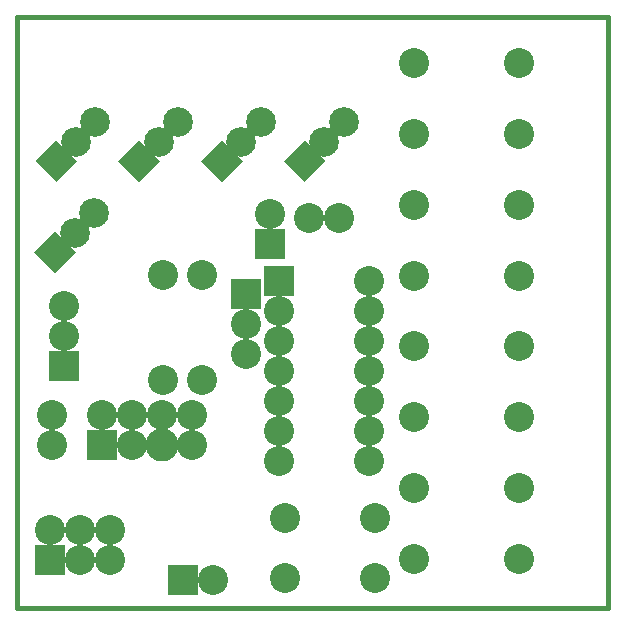
<source format=gbs>
G04 (created by PCBNEW-RS274X (2010-12-18 BZR 2669)-stable) date 2011-02-06T23:53:48 CET*
G01*
G70*
G90*
%MOIN*%
G04 Gerber Fmt 3.4, Leading zero omitted, Abs format*
%FSLAX34Y34*%
G04 APERTURE LIST*
%ADD10C,0.006000*%
%ADD11C,0.015000*%
%ADD12R,0.100000X0.100000*%
%ADD13C,0.100000*%
%ADD14C,0.110000*%
%ADD15C,0.098700*%
G04 APERTURE END LIST*
G54D10*
G54D11*
X10335Y-27756D02*
X30020Y-27756D01*
X10335Y-08071D02*
X10335Y-27756D01*
X30020Y-08071D02*
X10335Y-08071D01*
X30020Y-27756D02*
X30020Y-08071D01*
G54D12*
X17953Y-17307D03*
G54D13*
X17953Y-18307D03*
X17953Y-19307D03*
X22258Y-24776D03*
X22258Y-26776D03*
X19258Y-24776D03*
X19258Y-26776D03*
G54D12*
X15878Y-26811D03*
G54D13*
X16878Y-26811D03*
X20061Y-14752D03*
X21061Y-14752D03*
G54D12*
X13156Y-22341D03*
G54D13*
X13156Y-21341D03*
X14156Y-22341D03*
X14156Y-21341D03*
G54D14*
X15156Y-22341D03*
G54D13*
X15156Y-21341D03*
X16156Y-22341D03*
X16156Y-21341D03*
G54D12*
X11424Y-26170D03*
G54D13*
X11424Y-25170D03*
X12424Y-26170D03*
X12424Y-25170D03*
X13424Y-26170D03*
X13424Y-25170D03*
G54D12*
X11895Y-19691D03*
G54D13*
X11895Y-18691D03*
X11895Y-17691D03*
G54D12*
X19060Y-16875D03*
G54D13*
X19060Y-17875D03*
X19060Y-18875D03*
X19060Y-19875D03*
X19060Y-20875D03*
X19060Y-21875D03*
X19060Y-22875D03*
X22060Y-22875D03*
X22060Y-21875D03*
X22060Y-20875D03*
X22060Y-19875D03*
X22060Y-18875D03*
X22060Y-17875D03*
X22060Y-16875D03*
X11499Y-21339D03*
X11499Y-22339D03*
G54D10*
G36*
X11608Y-15206D02*
X12305Y-15903D01*
X11608Y-16600D01*
X10911Y-15903D01*
X11608Y-15206D01*
X11608Y-15206D01*
G37*
G54D15*
X12258Y-15253D03*
X12908Y-14603D03*
G54D10*
G36*
X11647Y-12173D02*
X12344Y-12870D01*
X11647Y-13567D01*
X10950Y-12870D01*
X11647Y-12173D01*
X11647Y-12173D01*
G37*
G54D15*
X12297Y-12220D03*
X12947Y-11570D03*
G54D10*
G36*
X14405Y-12171D02*
X15102Y-12868D01*
X14405Y-13565D01*
X13708Y-12868D01*
X14405Y-12171D01*
X14405Y-12171D01*
G37*
G54D15*
X15055Y-12218D03*
X15705Y-11568D03*
G54D10*
G36*
X17158Y-12172D02*
X17855Y-12869D01*
X17158Y-13566D01*
X16461Y-12869D01*
X17158Y-12172D01*
X17158Y-12172D01*
G37*
G54D15*
X17808Y-12219D03*
X18458Y-11569D03*
G54D10*
G36*
X19915Y-12171D02*
X20612Y-12868D01*
X19915Y-13565D01*
X19218Y-12868D01*
X19915Y-12171D01*
X19915Y-12171D01*
G37*
G54D15*
X20565Y-12218D03*
X21215Y-11568D03*
G54D12*
X18780Y-15622D03*
G54D13*
X18780Y-14614D03*
X15200Y-20150D03*
X15200Y-16650D03*
X23574Y-09594D03*
X27074Y-09594D03*
X23574Y-11955D03*
X27074Y-11955D03*
X23575Y-14318D03*
X27075Y-14318D03*
X23576Y-16681D03*
X27076Y-16681D03*
X23575Y-19042D03*
X27075Y-19042D03*
X23573Y-21406D03*
X27073Y-21406D03*
X23573Y-23766D03*
X27073Y-23766D03*
X23575Y-26130D03*
X27075Y-26130D03*
X16500Y-20150D03*
X16500Y-16650D03*
M02*

</source>
